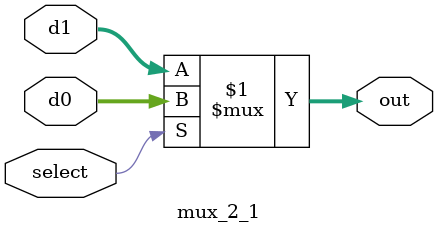
<source format=v>
`timescale 1ns / 1ps


module mux_2_1(
    input [1:0] d0,
    input [1:0] d1,
    input select,
    output [1:0] out
    );
    
    assign out = (select)?d0:d1;
    
endmodule

</source>
